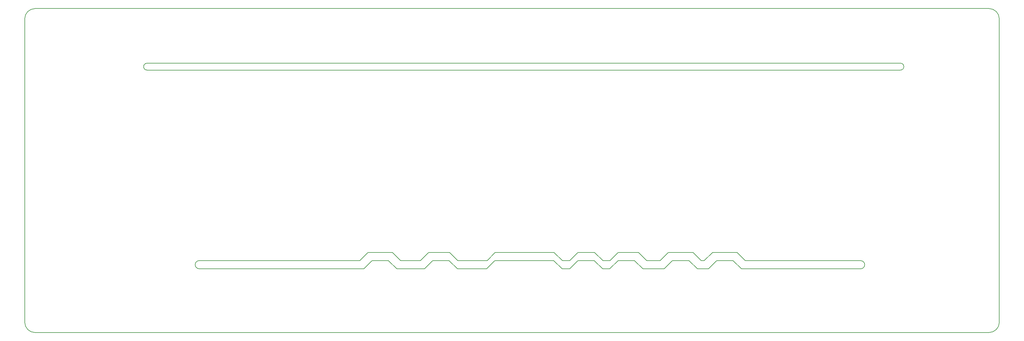
<source format=gbr>
G04 #@! TF.GenerationSoftware,KiCad,Pcbnew,(5.1.9)-1*
G04 #@! TF.CreationDate,2021-02-12T10:27:06+09:00*
G04 #@! TF.ProjectId,Joker60-NoArrows,4a6f6b65-7236-4302-9d4e-6f4172726f77,pre-Alpha*
G04 #@! TF.SameCoordinates,Original*
G04 #@! TF.FileFunction,Profile,NP*
%FSLAX46Y46*%
G04 Gerber Fmt 4.6, Leading zero omitted, Abs format (unit mm)*
G04 Created by KiCad (PCBNEW (5.1.9)-1) date 2021-02-12 10:27:06*
%MOMM*%
%LPD*%
G01*
G04 APERTURE LIST*
G04 #@! TA.AperFunction,Profile*
%ADD10C,0.200000*%
G04 #@! TD*
G04 APERTURE END LIST*
D10*
X194665600Y-153263600D02*
X188621140Y-153250645D01*
X205587600Y-155650965D02*
X207947370Y-153269705D01*
X194665600Y-153263600D02*
X197108600Y-155649660D01*
X205587600Y-155650965D02*
X197108600Y-155649660D01*
X224983170Y-153267165D02*
X227426170Y-155653225D01*
X227426170Y-155653225D02*
X229616000Y-155653225D01*
X229616000Y-155653225D02*
X231997260Y-153271965D01*
X241249200Y-155658025D02*
X243664850Y-153254465D01*
X239202780Y-155658025D02*
X241249200Y-155658025D01*
X236759780Y-153271965D02*
X239202780Y-155658025D01*
X205486000Y-158038565D02*
X197007000Y-158037260D01*
X207845770Y-155657305D02*
X212608290Y-155657305D01*
X194564000Y-155651200D02*
X197007000Y-158037260D01*
X205486000Y-158038565D02*
X207845770Y-155657305D01*
X239151980Y-158045625D02*
X241198400Y-158045625D01*
X227375370Y-158040825D02*
X229565200Y-158040825D01*
X236708980Y-155659565D02*
X239151980Y-158045625D01*
X229565200Y-158040825D02*
X231946460Y-155659565D01*
X231946460Y-155659565D02*
X236708980Y-155659565D01*
X231997260Y-153271965D02*
X236759780Y-153271965D01*
X180518580Y-155631905D02*
X186227370Y-155637985D01*
X178137320Y-153250645D02*
X180518580Y-155631905D01*
X170993540Y-153250645D02*
X178137320Y-153250645D01*
X168599770Y-155637985D02*
X170993540Y-153250645D01*
X169802910Y-158038565D02*
X172184170Y-155657305D01*
X176946690Y-155657305D02*
X179389690Y-158043365D01*
X172184170Y-155657305D02*
X176946690Y-155657305D01*
X269889070Y-158010625D02*
X266625990Y-158010345D01*
X268635130Y-155635445D02*
X267752340Y-155629365D01*
X280553940Y-155629365D02*
X314047020Y-155647145D01*
X271028900Y-153248105D02*
X278172680Y-153248105D01*
X278172680Y-153248105D02*
X280553940Y-155629365D01*
X268635130Y-155635445D02*
X271028900Y-153248105D01*
X272270330Y-155629365D02*
X277032850Y-155629365D01*
X269889070Y-158010625D02*
X272270330Y-155629365D01*
X277032850Y-155629365D02*
X279478390Y-158010345D01*
X250819570Y-158028125D02*
X257036670Y-158010625D01*
X255833530Y-155635445D02*
X251948460Y-155642065D01*
X265371080Y-153248105D02*
X267752340Y-155629365D01*
X258227300Y-153248105D02*
X265371080Y-153248105D01*
X255833530Y-155635445D02*
X258227300Y-153248105D01*
X257036670Y-158010625D02*
X259417930Y-155629365D01*
X264180450Y-155629365D02*
X266625990Y-158010345D01*
X259417930Y-155629365D02*
X264180450Y-155629365D01*
X187430510Y-158013165D02*
X179389690Y-158043365D01*
X187430510Y-158013165D02*
X189811770Y-155631905D01*
X189811770Y-155631905D02*
X194564000Y-155651200D01*
X207947370Y-153269705D02*
X218979220Y-153273505D01*
X186227370Y-155637985D02*
X188621140Y-153250645D01*
X212608290Y-155657305D02*
X224932370Y-155654765D01*
X224932370Y-155654765D02*
X227375370Y-158040825D01*
X218979220Y-153273505D02*
X224983170Y-153267165D01*
X241198400Y-158045625D02*
X243614050Y-155642065D01*
X243614050Y-155642065D02*
X248376570Y-155642065D01*
X249567200Y-153260805D02*
X251948460Y-155642065D01*
X248376570Y-155642065D02*
X250819570Y-158028125D01*
X243664850Y-153254465D02*
X249567200Y-153260805D01*
X325602250Y-100243035D02*
X106859620Y-100243035D01*
X325602250Y-98243035D02*
G75*
G02*
X325602250Y-100243035I0J-1000000D01*
G01*
X314047020Y-155647012D02*
G75*
G02*
X314029240Y-158028405I0J-1190763D01*
G01*
X279478390Y-158010345D02*
X314029240Y-158028405D01*
X106859620Y-100243035D02*
G75*
G02*
X106859620Y-98243035I0J1000000D01*
G01*
X325602250Y-98243035D02*
X106859620Y-98243035D01*
X168599770Y-155637985D02*
X122021600Y-155625800D01*
X122003820Y-158007193D02*
G75*
G02*
X122021600Y-155625800I0J1190763D01*
G01*
X169802910Y-158038565D02*
X122003820Y-158007193D01*
X71326250Y-173553125D02*
X71326250Y-85353125D01*
X354326250Y-85353125D02*
X354326250Y-173553125D01*
X351326250Y-176553125D02*
G75*
G03*
X354326250Y-173553125I0J3000000D01*
G01*
X74326250Y-176553125D02*
X351326250Y-176553125D01*
X71326250Y-173553125D02*
G75*
G03*
X74326250Y-176553125I3000000J0D01*
G01*
X74326250Y-82353125D02*
G75*
G03*
X71326250Y-85353125I0J-3000000D01*
G01*
X354326250Y-85353125D02*
G75*
G03*
X351326250Y-82353125I-3000000J0D01*
G01*
X74326250Y-82353125D02*
X351326250Y-82353125D01*
M02*

</source>
